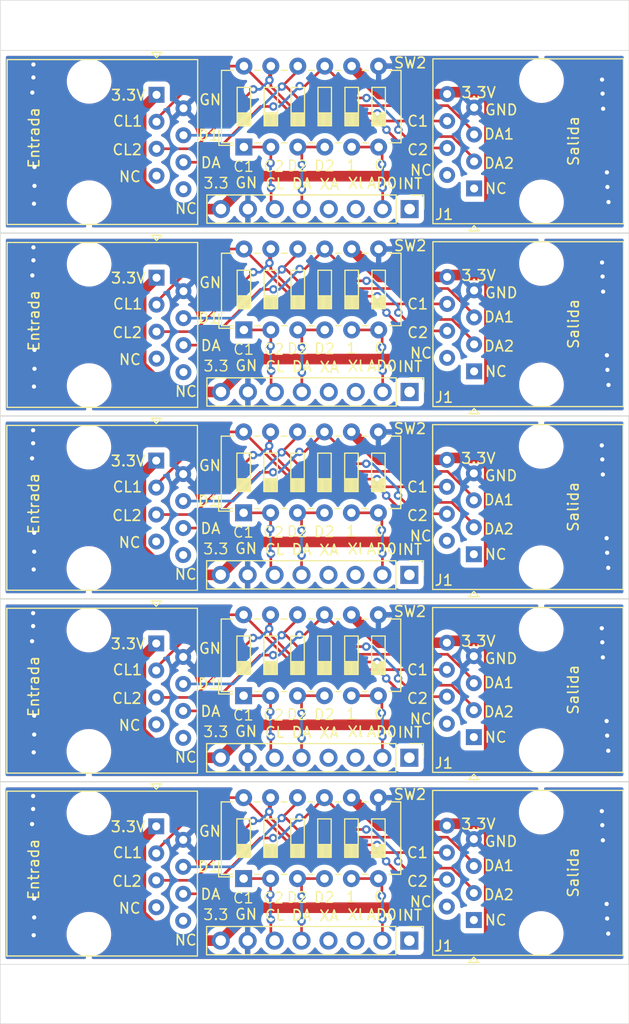
<source format=kicad_pcb>
(kicad_pcb (version 20211014) (generator pcbnew)
  (layers (0 "F.Cu" signal) (31 "B.Cu" signal) (34 "B.Paste" user) (35 "F.Paste" user) (36 "B.SilkS" user "B.Silkscreen") (37 "F.SilkS" user "F.Silkscreen") (38 "B.Mask" user) (39 "F.Mask" user) (44 "Edge.Cuts" user))
  (net 0 "")
  (net 1 "+3V3")
  (net 2 "GND")
  (net 3 "Net-(Entrada1-Pad3)")
  (net 4 "Net-(Entrada1-Pad4)")
  (net 5 "Net-(Entrada1-Pad5)")
  (net 6 "Net-(Entrada1-Pad6)")
  (net 10 "Net-(J1-Pad2)")
  (net 13 "Net-(J1-Pad5)")
  (net 14 "Net-(J1-Pad6)")
  (footprint "Button_Switch_THT:SW_DIP_SPSTx06_Slide_6.7x16.8mm_W7.62mm_P2.54mm_LowProfile" (layer "F.Cu") (at 84.5566 102.9208 90)
    (fp_text reference "SW2")
    (fp_text value "SW_DIP_x06")
  )
  (footprint "Connector_PinHeader_2.54mm:PinHeader_1x08_P2.54mm_Vertical" (layer "F.Cu") (at 100.202957 74.3204 -90)
    (fp_text reference "J1")
    (fp_text value "Conn_01x08_Female")
  )
  (footprint "Connector_RJ:RJ45_Amphenol_54602-x08_Horizontal" (layer "F.Cu") (at 76.3216 80.783283 -90)
    (fp_text reference "Entrada")
    (fp_text value "RJ45")
  )
  (footprint "Button_Switch_THT:SW_DIP_SPSTx06_Slide_6.7x16.8mm_W7.62mm_P2.54mm_LowProfile" (layer "F.Cu") (at 84.581957 68.4784 90)
    (fp_text reference "SW2")
    (fp_text value "SW_DIP_x06")
  )
  (footprint "Button_Switch_THT:SW_DIP_SPSTx06_Slide_6.7x16.8mm_W7.62mm_P2.54mm_LowProfile" (layer "F.Cu") (at 84.5566 120.142 90)
    (fp_text reference "SW2")
    (fp_text value "SW_DIP_x06")
  )
  (footprint "Connector_RJ:RJ45_Amphenol_54602-x08_Horizontal" (layer "F.Cu") (at 106.2536 89.602283 90)
    (fp_text reference "Salida")
    (fp_text value "RJ45")
  )
  (footprint "Connector_RJ:RJ45_Amphenol_54602-x08_Horizontal" (layer "F.Cu") (at 76.3216 115.2245 -90)
    (fp_text reference "Entrada")
    (fp_text value "RJ45")
  )
  (footprint "Connector_PinHeader_2.54mm:PinHeader_1x08_P2.54mm_Vertical" (layer "F.Cu") (at 100.1776 91.542783 -90)
    (fp_text reference "J1")
    (fp_text value "Conn_01x08_Female")
  )
  (footprint "Connector_RJ:RJ45_Amphenol_54602-x08_Horizontal" (layer "F.Cu") (at 76.346957 63.5609 -90)
    (fp_text reference "Entrada")
    (fp_text value "RJ45")
  )
  (footprint "Connector_RJ:RJ45_Amphenol_54602-x08_Horizontal" (layer "F.Cu") (at 76.3216 98.0033 -90)
    (fp_text reference "Entrada")
    (fp_text value "RJ45")
  )
  (footprint "Connector_PinHeader_2.54mm:PinHeader_1x08_P2.54mm_Vertical" (layer "F.Cu") (at 100.1776 108.7628 -90)
    (fp_text reference "J1")
    (fp_text value "Conn_01x08_Female")
  )
  (footprint "Connector_PinHeader_2.54mm:PinHeader_1x08_P2.54mm_Vertical" (layer "F.Cu") (at 100.1776 125.984 -90)
    (fp_text reference "J1")
    (fp_text value "Conn_01x08_Female")
  )
  (footprint "Connector_RJ:RJ45_Amphenol_54602-x08_Horizontal" (layer "F.Cu") (at 106.279 55.1587 90)
    (fp_text reference "Salida")
    (fp_text value "RJ45")
  )
  (footprint "Connector_RJ:RJ45_Amphenol_54602-x08_Horizontal" (layer "F.Cu") (at 106.2536 106.8223 90)
    (fp_text reference "Salida")
    (fp_text value "RJ45")
  )
  (footprint "Connector_RJ:RJ45_Amphenol_54602-x08_Horizontal" (layer "F.Cu") (at 106.2536 124.0435 90)
    (fp_text reference "Salida")
    (fp_text value "RJ45")
  )
  (footprint "Connector_RJ:RJ45_Amphenol_54602-x08_Horizontal" (layer "F.Cu") (at 76.347 46.3397 -90)
    (fp_text reference "Entrada")
    (fp_text value "RJ45")
  )
  (footprint "Button_Switch_THT:SW_DIP_SPSTx06_Slide_6.7x16.8mm_W7.62mm_P2.54mm_LowProfile" (layer "F.Cu") (at 84.5566 85.700783 90)
    (fp_text reference "SW2")
    (fp_text value "SW_DIP_x06")
  )
  (footprint "Connector_PinHeader_2.54mm:PinHeader_1x08_P2.54mm_Vertical" (layer "F.Cu") (at 100.203 57.0992 -90)
    (fp_text reference "J1")
    (fp_text value "Conn_01x08_Female")
  )
  (footprint "Button_Switch_THT:SW_DIP_SPSTx06_Slide_6.7x16.8mm_W7.62mm_P2.54mm_LowProfile" (layer "F.Cu") (at 84.582 51.2572 90)
    (fp_text reference "SW2")
    (fp_text value "SW_DIP_x06")
  )
  (footprint "Connector_RJ:RJ45_Amphenol_54602-x08_Horizontal" (layer "F.Cu") (at 106.278957 72.3799 90)
    (fp_text reference "Salida")
    (fp_text value "RJ45")
  )
  (gr_rect (start 61.645757 59.3852) (end 120.878557 76.5556) (layer "Edge.Cuts") (width 0.05) (fill none))
  (gr_rect (start 61.6458 37.4368) (end 120.8786 42.164) (layer "Edge.Cuts") (width 0.05) (fill none))
  (gr_rect (start 61.6204 111.0488) (end 120.8532 128.2192) (layer "Edge.Cuts") (width 0.05) (fill none))
  (gr_rect (start 61.6204 128.2192) (end 120.8786 133.81) (layer "Edge.Cuts") (width 0.05) (fill none))
  (gr_rect (start 61.6204 76.607583) (end 120.8532 93.777983) (layer "Edge.Cuts") (width 0.05) (fill none))
  (gr_rect (start 61.6204 93.8276) (end 120.8532 110.998) (layer "Edge.Cuts") (width 0.05) (fill none))
  (gr_rect (start 61.6458 42.164) (end 120.8786 59.3344) (layer "Edge.Cuts") (width 0.05) (fill none))
  (gr_text "D1\n" (at 81.2292 101.8032) (layer "F.SilkS") (effects (font (size 1 1))))
  (gr_text "AD0\n" (at 97.5868 123.5456) (layer "F.SilkS") (effects (font (size 1 1))))
  (gr_text "NC\n" (at 101.2444 87.885183) (layer "F.SilkS") (effects (font (size 1 1))))
  (gr_text "AD0\n" (at 97.5868 89.104383) (layer "F.SilkS") (effects (font (size 1 1))))
  (gr_text "D2\n" (at 89.6112 87.478783) (layer "F.SilkS") (effects (font (size 1 1) (thickness 0.125))))
  (gr_text "NC\n" (at 108.330957 72.39) (layer "F.SilkS") (effects (font (size 1 1))))
  (gr_text "DA\n" (at 90.0176 89.155183) (layer "F.SilkS") (effects (font (size 1 1))))
  (gr_text "CL1\n" (at 73.6346 48.8188) (layer "F.SilkS") (effects (font (size 1 1))))
  (gr_text "DA2\n" (at 108.635757 70.0024) (layer "F.SilkS") (effects (font (size 1 1))))
  (gr_text "CL1\n" (at 73.6092 100.4824) (layer "F.SilkS") (effects (font (size 1 1))))
  (gr_text "C1\n" (at 84.556557 70.3072) (layer "F.SilkS") (effects (font (size 1 1) (thickness 0.125))))
  (gr_text "D2\n" (at 92.1766 53.0352) (layer "F.SilkS") (effects (font (size 1 1) (thickness 0.125))))
  (gr_text "GND\n\n" (at 108.8136 83.008383) (layer "F.SilkS") (effects (font (size 1 1))))
  (gr_text "GND\n\n" (at 108.838957 65.786) (layer "F.SilkS") (effects (font (size 1 1))))
  (gr_text "C1\n" (at 100.9396 100.4824) (layer "F.SilkS") (effects (font (size 1 1))))
  (gr_text "3.3V\n" (at 106.68 80.569983) (layer "F.SilkS") (effects (font (size 1 1))))
  (gr_text "3.3V\n" (at 106.705357 63.3476) (layer "F.SilkS") (effects (font (size 1 1))))
  (gr_text "DA1\n" (at 108.6104 101.7016) (layer "F.SilkS") (effects (font (size 1 1))))
  (gr_text "3.3V\n" (at 106.7054 46.1264) (layer "F.SilkS") (effects (font (size 1 1))))
  (gr_text "DA\n" (at 90.0176 106.3752) (layer "F.SilkS") (effects (font (size 1 1))))
  (gr_text "NC\n" (at 73.8124 105.7148) (layer "F.SilkS") (effects (font (size 1 1))))
  (gr_text "D2\n" (at 92.176557 70.2564) (layer "F.SilkS") (effects (font (size 1 1) (thickness 0.125))))
  (gr_text "CL\n" (at 87.502957 71.9328) (layer "F.SilkS") (effects (font (size 1 1))))
  (gr_text "CL2\n" (at 73.5584 103.1748) (layer "F.SilkS") (effects (font (size 1 1))))
  (gr_text "GN\n\n" (at 84.7852 124.3076) (layer "F.SilkS") (effects (font (size 1 1))))
  (gr_text "CL2\n" (at 73.5584 120.396) (layer "F.SilkS") (effects (font (size 1 1))))
  (gr_text "GN\n\n" (at 84.8106 55.4228) (layer "F.SilkS") (effects (font (size 1 1))))
  (gr_text "CL1\n" (at 73.6092 83.262383) (layer "F.SilkS") (effects (font (size 1 1))))
  (gr_text "CL1\n" (at 73.634557 66.04) (layer "F.SilkS") (effects (font (size 1 1))))
  (gr_text "DA2\n" (at 108.6104 104.4448) (layer "F.SilkS") (effects (font (size 1 1))))
  (gr_text "NC\n" (at 101.2444 122.3264) (layer "F.SilkS") (effects (font (size 1 1))))
  (gr_text "1\n" (at 94.6912 104.648) (layer "F.SilkS") (effects (font (size 1 1) (thickness 0.125))))
  (gr_text "GN\n\n\n" (at 81.406957 65.6336) (layer "F.SilkS") (effects (font (size 1 1))))
  (gr_text "0\n" (at 97.358157 70.2056) (layer "F.SilkS") (effects (font (size 1 1) (thickness 0.125))))
  (gr_text "1\n" (at 94.6912 87.427983) (layer "F.SilkS") (effects (font (size 1 1) (thickness 0.125))))
  (gr_text "DA" (at 81.457757 69.9516) (layer "F.SilkS") (effects (font (size 1 1))))
  (gr_text "NC\n" (at 73.8124 122.936) (layer "F.SilkS") (effects (font (size 1 1))))
  (gr_text "D1\n" (at 81.2546 50.1396) (layer "F.SilkS") (effects (font (size 1 1))))
  (gr_text "3.3\n" (at 81.9404 123.5456) (layer "F.SilkS") (effects (font (size 1 1) (thickness 0.125))))
  (gr_text "C2\n" (at 87.376 104.7496) (layer "F.SilkS") (effects (font (size 1 1) (thickness 0.125))))
  (gr_text "GN\n\n" (at 84.7852 89.866383) (layer "F.SilkS") (effects (font (size 1 1))))
  (gr_text "INT\n" (at 100.2538 54.7116) (layer "F.SilkS") (effects (font (size 1 1))))
  (gr_text "NC\n" (at 101.2698 53.4416) (layer "F.SilkS") (effects (font (size 1 1))))
  (gr_text "D2\n" (at 92.1512 104.6988) (layer "F.SilkS") (effects (font (size 1 1) (thickness 0.125))))
  (gr_text "INT\n" (at 100.2284 106.3752) (layer "F.SilkS") (effects (font (size 1 1))))
  (gr_text "DA" (at 81.4324 87.173983) (layer "F.SilkS") (effects (font (size 1 1))))
  (gr_text "NC\n" (at 79.0956 108.712) (layer "F.SilkS") (effects (font (size 1 1))))
  (gr_text "C2\n" (at 100.9396 120.396) (layer "F.SilkS") (effects (font (size 1 1))))
  (gr_text "NC\n" (at 79.120957 74.2696) (layer "F.SilkS") (effects (font (size 1 1))))
  (gr_text "NC\n" (at 108.331 55.1688) (layer "F.SilkS") (effects (font (size 1 1))))
  (gr_text "Xl\n" (at 95.0976 89.104383) (layer "F.SilkS") (effects (font (size 1 1))))
  (gr_text "DA1\n" (at 108.6104 118.9228) (layer "F.SilkS") (effects (font (size 1 1))))
  (gr_text "NC\n" (at 108.3056 124.0536) (layer "F.SilkS") (effects (font (size 1 1))))
  (gr_text "GN\n\n" (at 84.7852 107.0864) (layer "F.SilkS") (effects (font (size 1 1))))
  (gr_text "CL\n" (at 87.4776 123.5964) (layer "F.SilkS") (effects (font (size 1 1))))
  (gr_text "0\n" (at 97.3328 121.8692) (layer "F.SilkS") (effects (font (size 1 1) (thickness 0.125))))
  (gr_text "CL\n" (at 87.4776 89.155183) (layer "F.SilkS") (effects (font (size 1 1))))
  (gr_text "C2\n" (at 87.4014 53.086) (layer "F.SilkS") (effects (font (size 1 1) (thickness 0.125))))
  (gr_text "0\n" (at 97.3582 52.9844) (layer "F.SilkS") (effects (font (size 1 1) (thickness 0.125))))
  (gr_text "D1\n" (at 81.254557 67.3608) (layer "F.SilkS") (effects (font (size 1 1))))
  (gr_text "NC\n" (at 73.8378 54.0512) (layer "F.SilkS") (effects (font (size 1 1))))
  (gr_text "GND\n\n" (at 108.8136 100.2284) (layer "F.SilkS") (effects (font (size 1 1))))
  (gr_text "D1\n" (at 81.2292 119.0244) (layer "F.SilkS") (effects (font (size 1 1))))
  (gr_text "DA" (at 81.4578 52.7304) (layer "F.SilkS") (effects (font (size 1 1))))
  (gr_text "3.3\n" (at 81.9658 54.6608) (layer "F.SilkS") (effects (font (size 1 1) (thickness 0.125))))
  (gr_text "NC\n" (at 73.8124 88.494783) (layer "F.SilkS") (effects (font (size 1 1))))
  (gr_text "XA" (at 92.6084 106.426) (layer "F.SilkS") (effects (font (size 1 1))))
  (gr_text "3.3\n" (at 81.9404 106.3244) (layer "F.SilkS") (effects (font (size 1 1) (thickness 0.125))))
  (gr_text "INT\n" (at 100.2284 123.5964) (layer "F.SilkS") (effects (font (size 1 1))))
  (gr_text "NC\n" (at 79.0956 125.9332) (layer "F.SilkS") (effects (font (size 1 1))))
  (gr_text "C2\n" (at 100.9396 85.954783) (layer "F.SilkS") (effects (font (size 1 1))))
  (gr_text "C2\n" (at 87.376 121.9708) (layer "F.SilkS") (effects (font (size 1 1) (thickness 0.125))))
  (gr_text "D2\n" (at 89.6366 53.0352) (layer "F.SilkS") (effects (font (size 1 1) (thickness 0.125))))
  (gr_text "3.3V\n" (at 73.685357 63.6016) (layer "F.SilkS") (effects (font (size 1 1))))
  (gr_text "CL1\n" (at 73.6092 117.7036) (layer "F.SilkS") (effects (font (size 1 1))))
  (gr_text "DA" (at 81.4324 121.6152) (layer "F.SilkS") (effects (font (size 1 1))))
  (gr_text "INT\n" (at 100.2284 89.155183) (layer "F.SilkS") (effects (font (size 1 1))))
  (gr_text "DA\n" (at 90.0176 123.5964) (layer "F.SilkS") (effects (font (size 1 1))))
  (gr_text "C2\n" (at 87.376 87.529583) (layer "F.SilkS") (effects (font (size 1 1) (thickness 0.125))))
  (gr_text "CL2\n" (at 73.583757 68.7324) (layer "F.SilkS") (effects (font (size 1 1))))
  (gr_text "NC\n" (at 79.0956 91.491983) (layer "F.SilkS") (effects (font (size 1 1))))
  (gr_text "GND\n\n" (at 108.839 48.5648) (layer "F.SilkS") (effects (font (size 1 1))))
  (gr_text "GN\n\n\n" (at 81.407 48.4124) (layer "F.SilkS") (effects (font (size 1 1))))
  (gr_text "AD0\n" (at 97.6122 54.6608) (layer "F.SilkS") (effects (font (size 1 1))))
  (gr_text "3.3V\n" (at 73.66 98.044) (layer "F.SilkS") (effects (font (size 1 1))))
  (gr_text "DA1\n" (at 108.6104 84.481583) (layer "F.SilkS") (effects (font (size 1 1))))
  (gr_text "3.3\n" (at 81.9404 89.104383) (layer "F.SilkS") (effects (font (size 1 1) (thickness 0.125))))
  (gr_text "3.3\n" (at 81.965757 71.882) (layer "F.SilkS") (effects (font (size 1 1) (thickness 0.125))))
  (gr_text "DA\n" (at 90.042957 71.9328) (layer "F.SilkS") (effects (font (size 1 1))))
  (gr_text "C2\n" (at 100.964957 68.7324) (layer "F.SilkS") (effects (font (size 1 1))))
  (gr_text "CL\n" (at 87.4776 106.3752) (layer "F.SilkS") (effects (font (size 1 1))))
  (gr_text "XA" (at 92.6338 54.7624) (layer "F.SilkS") (effects (font (size 1 1))))
  (gr_text "3.3V\n" (at 106.68 115.0112) (layer "F.SilkS") (effects (font (size 1 1))))
  (gr_text "C1\n" (at 84.5312 121.9708) (layer "F.SilkS") (effects (font (size 1 1) (thickness 0.125))))
  (gr_text "D2\n" (at 89.6112 104.6988) (layer "F.SilkS") (effects (font (size 1 1) (thickness 0.125))))
  (gr_text "C2\n" (at 100.9396 103.1748) (layer "F.SilkS") (effects (font (size 1 1))))
  (gr_text "0\n" (at 97.3328 104.648) (layer "F.SilkS") (effects (font (size 1 1) (thickness 0.125))))
  (gr_text "Xl\n" (at 95.0976 106.3244) (layer "F.SilkS") (effects (font (size 1 1))))
  (gr_text "GND\n\n" (at 108.8136 117.4496) (layer "F.SilkS") (effects (font (size 1 1))))
  (gr_text "1\n" (at 94.7166 52.9844) (layer "F.SilkS") (effects (font (size 1 1) (thickness 0.125))))
  (gr_text "NC\n" (at 101.2444 105.1052) (layer "F.SilkS") (effects (font (size 1 1))))
  (gr_text "Xl\n" (at 95.122957 71.882) (layer "F.SilkS") (effects (font (size 1 1))))
  (gr_text "AD0\n" (at 97.5868 106.3244) (layer "F.SilkS") (effects (font (size 1 1))))
  (gr_text "C1\n" (at 84.5566 53.086) (layer "F.SilkS") (effects (font (size 1 1) (thickness 0.125))))
  (gr_text "3.3V\n" (at 73.6854 46.3804) (layer "F.SilkS") (effects (font (size 1 1))))
  (gr_text "C1\n" (at 100.9396 117.7036) (layer "F.SilkS") (effects (font (size 1 1))))
  (gr_text "C2\n" (at 100.965 51.5112) (layer "F.SilkS") (effects (font (size 1 1))))
  (gr_text "XA" (at 92.6084 123.6472) (layer "F.SilkS") (effects (font (size 1 1))))
  (gr_text "DA2\n" (at 108.6104 121.666) (layer "F.SilkS") (effects (font (size 1 1))))
  (gr_text "NC\n" (at 108.3056 106.8324) (layer "F.SilkS") (effects (font (size 1 1))))
  (gr_text "DA1\n" (at 108.6358 50.038) (layer "F.SilkS") (effects (font (size 1 1))))
  (gr_text "GN\n\n" (at 84.810557 72.644) (layer "F.SilkS") (effects (font (size 1 1))))
  (gr_text "3.3V\n" (at 73.66 115.2652) (layer "F.SilkS") (effects (font (size 1 1))))
  (gr_text "NC\n" (at 101.269757 70.6628) (layer "F.SilkS") (effects (font (size 1 1))))
  (gr_text "1\n" (at 94.6912 121.8692) (layer "F.SilkS") (effects (font (size 1 1) (thickness 0.125))))
  (gr_text "DA\n" (at 90.043 54.7116) (layer "F.SilkS") (effects (font (size 1 1))))
  (gr_text "CL2\n" (at 73.5584 85.954783) (layer "F.SilkS") (effects (font (size 1 1))))
  (gr_text "Xl\n" (at 95.123 54.6608) (layer "F.SilkS") (effects (font (size 1 1))))
  (gr_text "D2\n" (at 92.1512 121.92) (layer "F.SilkS") (effects (font (size 1 1) (thickness 0.125))))
  (gr_text "AD0\n" (at 97.612157 71.882) (layer "F.SilkS") (effects (font (size 1 1))))
  (gr_text "0\n" (at 97.3328 87.427983) (layer "F.SilkS") (effects (font (size 1 1) (thickness 0.125))))
  (gr_text "3.3V\n" (at 106.68 97.79) (layer "F.SilkS") (effects (font (size 1 1))))
  (gr_text "GN\n\n\n" (at 81.3816 82.855983) (layer "F.SilkS") (effects (font (size 1 1))))
  (gr_text "D2\n" (at 89.636557 70.2564) (layer "F.SilkS") (effects (font (size 1 1) (thickness 0.125))))
  (gr_text "INT\n" (at 100.253757 71.9328) (layer "F.SilkS") (effects (font (size 1 1))))
  (gr_text "3.3V\n" (at 73.66 80.823983) (layer "F.SilkS") (effects (font (size 1 1))))
  (gr_text "C1\n" (at 84.5312 104.7496) (layer "F.SilkS") (effects (font (size 1 1) (thickness 0.125))))
  (gr_text "DA2\n" (at 108.6358 52.7812) (layer "F.SilkS") (effects (font (size 1 1))))
  (gr_text "C1\n" (at 100.9396 83.262383) (layer "F.SilkS") (effects (font (size 1 1))))
  (gr_text "DA2\n" (at 108.6104 87.224783) (layer "F.SilkS") (effects (font (size 1 1))))
  (gr_text "GN\n\n\n" (at 81.3816 100.076) (layer "F.SilkS") (effects (font (size 1 1))))
  (gr_text "CL\n" (at 87.503 54.7116) (layer "F.SilkS") (effects (font (size 1 1))))
  (gr_text "NC\n" (at 79.121 57.0484) (layer "F.SilkS") (effects (font (size 1 1))))
  (gr_text "DA" (at 81.4324 104.394) (layer "F.SilkS") (effects (font (size 1 1))))
  (gr_text "GN\n\n\n" (at 81.3816 117.2972) (layer "F.SilkS") (effects (font (size 1 1))))
  (gr_text "C1\n" (at 100.965 48.8188) (layer "F.SilkS") (effects (font (size 1 1))))
  (gr_text "D1\n" (at 81.2292 84.583183) (layer "F.SilkS") (effects (font (size 1 1))))
  (gr_text "NC\n" (at 108.3056 89.612383) (layer "F.SilkS") (effects (font (size 1 1))))
  (gr_text "C2\n" (at 87.401357 70.3072) (layer "F.SilkS") (effects (font (size 1 1) (thickness 0.125))))
  (gr_text "D2\n" (at 89.6112 121.92) (layer "F.SilkS") (effects (font (size 1 1) (thickness 0.125))))
  (gr_text "CL2\n" (at 73.5838 51.5112) (layer "F.SilkS") (effects (font (size 1 1))))
  (gr_text "NC\n" (at 73.837757 71.2724) (layer "F.SilkS") (effects (font (size 1 1))))
  (gr_text "C1\n" (at 84.5312 87.529583) (layer "F.SilkS") (effects (font (size 1 1) (thickness 0.125))))
  (gr_text "D2\n" (at 92.1512 87.478783) (layer "F.SilkS") (effects (font (size 1 1) (thickness 0.125))))
  (gr_text "XA" (at 92.6084 89.205983) (layer "F.SilkS") (effects (font (size 1 1))))
  (gr_text "Xl\n" (at 95.0976 123.5456) (layer "F.SilkS") (effects (font (size 1 1))))
  (gr_text "DA1\n" (at 108.635757 67.2592) (layer "F.SilkS") (effects (font (size 1 1))))
  (gr_text "1\n" (at 94.716557 70.2056) (layer "F.SilkS") (effects (font (size 1 1) (thickness 0.125))))
  (gr_text "XA" (at 92.633757 71.9836) (layer "F.SilkS") (effects (font (size 1 1))))
  (gr_text "C1\n" (at 100.964957 66.04) (layer "F.SilkS") (effects (font (size 1 1))))
  (segment (start 85.4964 122.8852) (end 100.838 122.8852) (width 1) (layer "F.Cu") (net 1))
  (segment (start 74.897489 54.602889) (end 77.3938 57.0992) (width 1) (layer "F.Cu") (net 1))
  (segment (start 103.9368 108.7628) (end 107.212122 108.7628) (width 1) (layer "F.Cu") (net 1))
  (segment (start 97.3735 46.2687) (end 94.742 43.6372) (width 1) (layer "F.Cu") (net 1))
  (segment (start 103.893111 114.973989) (end 103.7136 115.1535) (width 1) (layer "F.Cu") (net 1))
  (segment (start 74.872089 116.674011) (end 74.872089 123.487689) (width 1) (layer "F.Cu") (net 1))
  (segment (start 107.703111 91.051794) (end 107.703111 81.339094) (width 1) (layer "F.Cu") (net 1))
  (segment (start 97.3481 115.1535) (end 94.7166 112.522) (width 1) (layer "F.Cu") (net 1))
  (segment (start 82.422957 74.3204) (end 85.521757 71.2216) (width 1) (layer "F.Cu") (net 1))
  (segment (start 74.872089 99.452811) (end 74.872089 106.266489) (width 1) (layer "F.Cu") (net 1))
  (segment (start 106.896789 80.532772) (end 103.893111 80.532772) (width 1) (layer "F.Cu") (net 1))
  (segment (start 74.897446 71.824089) (end 77.393757 74.3204) (width 1) (layer "F.Cu") (net 1))
  (segment (start 77.3684 108.7628) (end 82.3976 108.7628) (width 1) (layer "F.Cu") (net 1))
  (segment (start 74.872089 89.046472) (end 77.3684 91.542783) (width 1) (layer "F.Cu") (net 1))
  (segment (start 103.9368 91.542783) (end 107.212122 91.542783) (width 1) (layer "F.Cu") (net 1))
  (segment (start 76.3216 98.0033) (end 74.872089 99.452811) (width 1) (layer "F.Cu") (net 1))
  (segment (start 100.838 88.443983) (end 103.9368 91.542783) (width 1) (layer "F.Cu") (net 1))
  (segment (start 85.4964 105.664) (end 100.838 105.664) (width 1) (layer "F.Cu") (net 1))
  (segment (start 85.4964 88.443983) (end 100.838 88.443983) (width 1) (layer "F.Cu") (net 1))
  (segment (start 74.897489 47.789211) (end 74.897489 54.602889) (width 1) (layer "F.Cu") (net 1))
  (segment (start 106.896789 97.752789) (end 103.893111 97.752789) (width 1) (layer "F.Cu") (net 1))
  (segment (start 107.703111 98.559111) (end 106.896789 97.752789) (width 1) (layer "F.Cu") (net 1))
  (segment (start 107.703111 108.271811) (end 107.703111 98.559111) (width 1) (layer "F.Cu") (net 1))
  (segment (start 82.3976 108.7628) (end 85.4964 105.664) (width 1) (layer "F.Cu") (net 1))
  (segment (start 85.5218 54.0004) (end 100.8634 54.0004) (width 1) (layer "F.Cu") (net 1))
  (segment (start 74.872089 123.487689) (end 77.3684 125.984) (width 1) (layer "F.Cu") (net 1))
  (segment (start 103.739 46.2687) (end 97.3735 46.2687) (width 1) (layer "F.Cu") (net 1))
  (segment (start 107.728468 64.116711) (end 106.922146 63.310389) (width 1) (layer "F.Cu") (net 1))
  (segment (start 100.838 122.8852) (end 103.9368 125.984) (width 1) (layer "F.Cu") (net 1))
  (segment (start 82.3976 91.542783) (end 85.4964 88.443983) (width 1) (layer "F.Cu") (net 1))
  (segment (start 77.393757 74.3204) (end 82.422957 74.3204) (width 1) (layer "F.Cu") (net 1))
  (segment (start 76.346957 63.5609) (end 74.897446 65.010411) (width 1) (layer "F.Cu") (net 1))
  (segment (start 103.7136 80.712283) (end 97.3481 80.712283) (width 1) (layer "F.Cu") (net 1))
  (segment (start 107.212122 91.542783) (end 107.703111 91.051794) (width 1) (layer "F.Cu") (net 1))
  (segment (start 107.237522 57.0992) (end 107.728511 56.608211) (width 1) (layer "F.Cu") (net 1))
  (segment (start 103.738957 63.4899) (end 97.373457 63.4899) (width 1) (layer "F.Cu") (net 1))
  (segment (start 76.3216 80.783283) (end 74.872089 82.232794) (width 1) (layer "F.Cu") (net 1))
  (segment (start 74.872089 82.232794) (end 74.872089 89.046472) (width 1) (layer "F.Cu") (net 1))
  (segment (start 107.703111 81.339094) (end 106.896789 80.532772) (width 1) (layer "F.Cu") (net 1))
  (segment (start 103.893111 97.752789) (end 103.7136 97.9323) (width 1) (layer "F.Cu") (net 1))
  (segment (start 106.922146 63.310389) (end 103.918468 63.310389) (width 1) (layer "F.Cu") (net 1))
  (segment (start 103.962157 74.3204) (end 107.237479 74.3204) (width 1) (layer "F.Cu") (net 1))
  (segment (start 107.728468 73.829411) (end 107.728468 64.116711) (width 1) (layer "F.Cu") (net 1))
  (segment (start 100.863357 71.2216) (end 103.962157 74.3204) (width 1) (layer "F.Cu") (net 1))
  (segment (start 100.838 105.664) (end 103.9368 108.7628) (width 1) (layer "F.Cu") (net 1))
  (segment (start 85.521757 71.2216) (end 100.863357 71.2216) (width 1) (layer "F.Cu") (net 1))
  (segment (start 77.3684 125.984) (end 82.3976 125.984) (width 1) (layer "F.Cu") (net 1))
  (segment (start 82.423 57.0992) (end 85.5218 54.0004) (width 1) (layer "F.Cu") (net 1))
  (segment (start 76.347 46.3397) (end 74.897489 47.789211) (width 1) (layer "F.Cu") (net 1))
  (segment (start 107.728511 56.608211) (end 107.728511 46.895511) (width 1) (layer "F.Cu") (net 1))
  (segment (start 103.918468 63.310389) (end 103.738957 63.4899) (width 1) (layer "F.Cu") (net 1))
  (segment (start 100.8634 54.0004) (end 103.9622 57.0992) (width 1) (layer "F.Cu") (net 1))
  (segment (start 103.7136 97.9323) (end 97.3481 97.9323) (width 1) (layer "F.Cu") (net 1))
  (segment (start 74.872089 106.266489) (end 77.3684 108.7628) (width 1) (layer "F.Cu") (net 1))
  (segment (start 107.703111 115.780311) (end 106.896789 114.973989) (width 1) (layer "F.Cu") (net 1))
  (segment (start 77.3684 91.542783) (end 82.3976 91.542783) (width 1) (layer "F.Cu") (net 1))
  (segment (start 107.728511 46.895511) (end 106.922189 46.089189) (width 1) (layer "F.Cu") (net 1))
  (segment (start 103.9368 125.984) (end 107.212122 125.984) (width 1) (layer "F.Cu") (net 1))
  (segment (start 106.922189 46.089189) (end 103.918511 46.089189) (width 1) (layer "F.Cu") (net 1))
  (segment (start 106.896789 114.973989) (end 103.893111 114.973989) (width 1) (layer "F.Cu") (net 1))
  (segment (start 74.897446 65.010411) (end 74.897446 71.824089) (width 1) (layer "F.Cu") (net 1))
  (segment (start 103.918511 46.089189) (end 103.739 46.2687) (width 1) (layer "F.Cu") (net 1))
  (segment (start 97.3481 97.9323) (end 94.7166 95.3008) (width 1) (layer "F.Cu") (net 1))
  (segment (start 97.373457 63.4899) (end 94.741957 60.8584) (width 1) (layer "F.Cu") (net 1))
  (segment (start 76.3216 115.2245) (end 74.872089 116.674011) (width 1) (layer "F.Cu") (net 1))
  (segment (start 107.703111 125.493011) (end 107.703111 115.780311) (width 1) (layer "F.Cu") (net 1))
  (segment (start 97.3481 80.712283) (end 94.7166 78.080783) (width 1) (layer "F.Cu") (net 1))
  (segment (start 77.3938 57.0992) (end 82.423 57.0992) (width 1) (layer "F.Cu") (net 1))
  (segment (start 107.237479 74.3204) (end 107.728468 73.829411) (width 1) (layer "F.Cu") (net 1))
  (segment (start 103.893111 80.532772) (end 103.7136 80.712283) (width 1) (layer "F.Cu") (net 1))
  (segment (start 107.212122 125.984) (end 107.703111 125.493011) (width 1) (layer "F.Cu") (net 1))
  (segment (start 103.9622 57.0992) (end 107.237522 57.0992) (width 1) (layer "F.Cu") (net 1))
  (segment (start 107.212122 108.7628) (end 107.703111 108.271811) (width 1) (layer "F.Cu") (net 1))
  (segment (start 103.7136 115.1535) (end 97.3481 115.1535) (width 1) (layer "F.Cu") (net 1))
  (segment (start 82.3976 125.984) (end 85.4964 122.8852) (width 1) (layer "F.Cu") (net 1))
  (via (at 64.6176 115.0112) (size 0.8) (drill 0.4) (layers "F.Cu" "B.Cu") (net 2))
  (via (at 64.7192 79.147583) (size 0.8) (drill 0.4) (layers "F.Cu" "B.Cu") (net 2))
  (via (at 118.9228 90.882383) (size 0.8) (drill 0.4) (layers "F.Cu" "B.Cu") (net 2))
  (via (at 64.8208 122.0216) (size 0.8) (drill 0.4) (layers "F.Cu" "B.Cu") (net 2))
  (via (at 64.8208 87.580383) (size 0.8) (drill 0.4) (layers "F.Cu" "B.Cu") (net 2))
  (via (at 64.7192 112.3696) (size 0.8) (drill 0.4) (layers "F.Cu" "B.Cu") (net 2))
  (via (at 118.846557 72.2376) (size 0.8) (drill 0.4) (layers "F.Cu" "B.Cu") (net 2))
  (via (at 118.3132 79.350783) (size 0.8) (drill 0.4) (layers "F.Cu" "B.Cu") (net 2))
  (via (at 118.338557 62.1284) (size 0.8) (drill 0.4) (layers "F.Cu" "B.Cu") (net 2))
  (via (at 64.8208 104.8004) (size 0.8) (drill 0.4) (layers "F.Cu" "B.Cu") (net 2))
  (via (at 64.846157 70.358) (size 0.8) (drill 0.4) (layers "F.Cu" "B.Cu") (net 2))
  (via (at 118.364 80.671583) (size 0.8) (drill 0.4) (layers "F.Cu" "B.Cu") (net 2))
  (via (at 118.9482 56.4388) (size 0.8) (drill 0.4) (layers "F.Cu" "B.Cu") (net 2))
  (via (at 64.8462 53.1368) (size 0.8) (drill 0.4) (layers "F.Cu" "B.Cu") (net 2))
  (via (at 64.77 108.2548) (size 0.8) (drill 0.4) (layers "F.Cu" "B.Cu") (net 2))
  (via (at 64.744557 61.9252) (size 0.8) (drill 0.4) (layers "F.Cu" "B.Cu") (net 2))
  (via (at 118.7704 88.088383) (size 0.8) (drill 0.4) (layers "F.Cu" "B.Cu") (net 2))
  (via (at 118.4402 47.6504) (size 0.8) (drill 0.4) (layers "F.Cu" "B.Cu") (net 2))
  (via (at 64.77 125.476) (size 0.8) (drill 0.4) (layers "F.Cu" "B.Cu") (net 2))
  (via (at 118.795757 70.866) (size 0.8) (drill 0.4) (layers "F.Cu" "B.Cu") (net 2))
  (via (at 118.8466 55.0164) (size 0.8) (drill 0.4) (layers "F.Cu" "B.Cu") (net 2))
  (via (at 64.7192 113.5888) (size 0.8) (drill 0.4) (layers "F.Cu" "B.Cu") (net 2))
  (via (at 64.6176 97.79) (size 0.8) (drill 0.4) (layers "F.Cu" "B.Cu") (net 2))
  (via (at 64.8462 54.9148) (size 0.8) (drill 0.4) (layers "F.Cu" "B.Cu") (net 2))
  (via (at 118.9228 125.3236) (size 0.8) (drill 0.4) (layers "F.Cu" "B.Cu") (net 2))
  (via (at 64.643 46.1264) (size 0.8) (drill 0.4) (layers "F.Cu" "B.Cu") (net 2))
  (via (at 64.7446 43.4848) (size 0.8) (drill 0.4) (layers "F.Cu" "B.Cu") (net 2))
  (via (at 64.7192 77.928383) (size 0.8) (drill 0.4) (layers "F.Cu" "B.Cu") (net 2))
  (via (at 118.8212 106.68) (size 0.8) (drill 0.4) (layers "F.Cu" "B.Cu") (net 2))
  (via (at 118.364 97.8916) (size 0.8) (drill 0.4) (layers "F.Cu" "B.Cu") (net 2))
  (via (at 118.3132 96.5708) (size 0.8) (drill 0.4) (layers "F.Cu" "B.Cu") (net 2))
  (via (at 64.6176 80.569983) (size 0.8) (drill 0.4) (layers "F.Cu" "B.Cu") (net 2))
  (via (at 118.7958 53.6448) (size 0.8) (drill 0.4) (layers "F.Cu" "B.Cu") (net 2))
  (via (at 118.948157 73.66) (size 0.8) (drill 0.4) (layers "F.Cu" "B.Cu") (net 2))
  (via (at 118.4148 116.5352) (size 0.8) (drill 0.4) (layers "F.Cu" "B.Cu") (net 2))
  (via (at 118.8212 89.459983) (size 0.8) (drill 0.4) (layers "F.Cu" "B.Cu") (net 2))
  (via (at 118.7704 105.3084) (size 0.8) (drill 0.4) (layers "F.Cu" "B.Cu") (net 2))
  (via (at 118.8212 123.9012) (size 0.8) (drill 0.4) (layers "F.Cu" "B.Cu") (net 2))
  (via (at 118.9228 108.1024) (size 0.8) (drill 0.4) (layers "F.Cu" "B.Cu") (net 2))
  (via (at 64.77 91.034783) (size 0.8) (drill 0.4) (layers "F.Cu" "B.Cu") (net 2))
  (via (at 64.642957 63.3476) (size 0.8) (drill 0.4) (layers "F.Cu" "B.Cu") (net 2))
  (via (at 118.7704 122.5296) (size 0.8) (drill 0.4) (layers "F.Cu" "B.Cu") (net 2))
  (via (at 118.389357 63.4492) (size 0.8) (drill 0.4) (layers "F.Cu" "B.Cu") (net 2))
  (via (at 64.7446 44.704) (size 0.8) (drill 0.4) (layers "F.Cu" "B.Cu") (net 2))
  (via (at 64.7192 96.3676) (size 0.8) (drill 0.4) (layers "F.Cu" "B.Cu") (net 2))
  (via (at 64.795357 73.8124) (size 0.8) (drill 0.4) (layers "F.Cu" "B.Cu") (net 2))
  (via (at 64.7954 56.5912) (size 0.8) (drill 0.4) (layers "F.Cu" "B.Cu") (net 2))
  (via (at 64.7192 95.1484) (size 0.8) (drill 0.4) (layers "F.Cu" "B.Cu") (net 2))
  (via (at 118.4148 82.093983) (size 0.8) (drill 0.4) (layers "F.Cu" "B.Cu") (net 2))
  (via (at 118.440157 64.8716) (size 0.8) (drill 0.4) (layers "F.Cu" "B.Cu") (net 2))
  (via (at 64.846157 72.136) (size 0.8) (drill 0.4) (layers "F.Cu" "B.Cu") (net 2))
  (via (at 118.3132 113.792) (size 0.8) (drill 0.4) (layers "F.Cu" "B.Cu") (net 2))
  (via (at 118.364 115.1128) (size 0.8) (drill 0.4) (layers "F.Cu" "B.Cu") (net 2))
  (via (at 64.744557 60.706) (size 0.8) (drill 0.4) (layers "F.Cu" "B.Cu") (net 2))
  (via (at 64.8208 106.5784) (size 0.8) (drill 0.4) (layers "F.Cu" "B.Cu") (net 2))
  (via (at 64.8208 123.7996) (size 0.8) (drill 0.4) (layers "F.Cu" "B.Cu") (net 2))
  (via (at 64.8208 89.358383) (size 0.8) (drill 0.4) (layers "F.Cu" "B.Cu") (net 2))
  (via (at 118.4148 99.314) (size 0.8) (drill 0.4) (layers "F.Cu" "B.Cu") (net 2))
  (via (at 118.3894 46.228) (size 0.8) (drill 0.4) (layers "F.Cu" "B.Cu") (net 2))
  (via (at 118.3386 44.9072) (size 0.8) (drill 0.4) (layers "F.Cu" "B.Cu") (net 2))
  (segment (start 89.7535 48.8087) (end 103.739 48.8087) (width 0.25) (layer "F.Cu") (net 3))
  (segment (start 76.3216 83.073694) (end 81.314511 78.080783) (width 0.25) (layer "F.Cu") (net 3))
  (segment (start 81.339868 60.8584) (end 84.581957 60.8584) (width 0.25) (layer "F.Cu") (net 3))
  (segment (start 81.314511 78.080783) (end 84.5566 78.080783) (width 0.25) (layer "F.Cu") (net 3))
  (segment (start 84.5566 78.080783) (end 89.7281 83.252283) (width 0.25) (layer "F.Cu") (net 3))
  (segment (start 76.3216 100.5433) (end 76.3216 100.293711) (width 0.25) (layer "F.Cu") (net 3))
  (segment (start 76.346957 66.1009) (end 76.346957 65.851311) (width 0.25) (layer "F.Cu") (net 3))
  (segment (start 81.339911 43.6372) (end 84.582 43.6372) (width 0.25) (layer "F.Cu") (net 3))
  (segment (start 89.7281 83.252283) (end 103.7136 83.252283) (width 0.25) (layer "F.Cu") (net 3))
  (segment (start 76.3216 117.514911) (end 81.314511 112.522) (width 0.25) (layer "F.Cu") (net 3))
  (segment (start 89.7281 117.6935) (end 103.7136 117.6935) (width 0.25) (layer "F.Cu") (net 3))
  (segment (start 76.347 48.630111) (end 81.339911 43.6372) (width 0.25) (layer "F.Cu") (net 3))
  (segment (start 84.5566 112.522) (end 89.7281 117.6935) (width 0.25) (layer "F.Cu") (net 3))
  (segment (start 81.314511 95.3008) (end 84.5566 95.3008) (width 0.25) (layer "F.Cu") (net 3))
  (segment (start 76.3216 100.293711) (end 81.314511 95.3008) (width 0.25) (layer "F.Cu") (net 3))
  (segment (start 81.314511 112.522) (end 84.5566 112.522) (width 0.25) (layer "F.Cu") (net 3))
  (segment (start 84.581957 60.8584) (end 89.753457 66.0299) (width 0.25) (layer "F.Cu") (net 3))
  (segment (start 76.347 48.8797) (end 76.347 48.630111) (width 0.25) (layer "F.Cu") (net 3))
  (segment (start 76.3216 83.323283) (end 76.3216 83.073694) (width 0.25) (layer "F.Cu") (net 3))
  (segment (start 84.582 43.6372) (end 89.7535 48.8087) (width 0.25) (layer "F.Cu") (net 3))
  (segment (start 76.346957 65.851311) (end 81.339868 60.8584) (width 0.25) (layer "F.Cu") (net 3))
  (segment (start 89.753457 66.0299) (end 103.738957 66.0299) (width 0.25) (layer "F.Cu") (net 3))
  (segment (start 89.7281 100.4723) (end 103.7136 100.4723) (width 0.25) (layer "F.Cu") (net 3))
  (segment (start 76.3216 117.7645) (end 76.3216 117.514911) (width 0.25) (layer "F.Cu") (net 3))
  (segment (start 84.5566 95.3008) (end 89.7281 100.4723) (width 0.25) (layer "F.Cu") (net 3))
  (segment (start 89.6366 95.7326) (end 89.6366 95.3008) (width 0.25) (layer "F.Cu") (net 4))
  (segment (start 88.168015 62.784142) (end 89.661957 61.2902) (width 0.25) (layer "F.Cu") (net 4))
  (segment (start 90.359111 81.803272) (end 103.784178 81.803272) (width 0.25) (layer "F.Cu") (net 4))
  (segment (start 106.279 49.829111) (end 106.279 50.0787) (width 0.25) (layer "F.Cu") (net 4))
  (segment (start 103.809535 64.580889) (end 106.278957 67.050311) (width 0.25) (layer "F.Cu") (net 4))
  (segment (start 89.6366 112.9538) (end 89.6366 112.522) (width 0.25) (layer "F.Cu") (net 4))
  (segment (start 88.168058 45.562942) (end 89.662 44.069) (width 0.25) (layer "F.Cu") (net 4))
  (segment (start 90.359111 116.244489) (end 103.784178 116.244489) (width 0.25) (layer "F.Cu") (net 4))
  (segment (start 90.384468 64.580889) (end 103.809535 64.580889) (width 0.25) (layer "F.Cu") (net 4))
  (segment (start 88.142658 80.006525) (end 88.539742 80.006525) (width 0.25) (layer "F.Cu") (net 4))
  (segment (start 88.539742 114.447742) (end 90.3224 116.2304) (width 0.25) (layer "F.Cu") (net 4))
  (segment (start 88.142658 80.006525) (end 89.6366 78.512583) (width 0.25) (layer "F.Cu") (net 4))
  (segment (start 88.168015 62.784142) (end 88.565099 62.784142) (width 0.25) (layer "F.Cu") (net 4))
  (segment (start 88.142658 97.226542) (end 88.539742 97.226542) (width 0.25) (layer "F.Cu") (net 4))
  (segment (start 106.2536 118.713911) (end 106.2536 118.9635) (width 0.25) (layer "F.Cu") (net 4))
  (segment (start 103.784178 99.023289) (end 106.2536 101.492711) (width 0.25) (layer "F.Cu") (net 4))
  (segment (start 88.142658 97.226542) (end 89.6366 95.7326) (width 0.25) (layer "F.Cu") (net 4))
  (segment (start 88.142658 114.447742) (end 88.539742 114.447742) (width 0.25) (layer "F.Cu") (net 4))
  (segment (start 88.565099 62.784142) (end 90.347757 64.5668) (width 0.25) (layer "F.Cu") (net 4))
  (segment (start 89.661957 61.2902) (end 89.661957 60.8584) (width 0.25) (layer "F.Cu") (net 4))
  (segment (start 106.278957 67.050311) (end 106.278957 67.2999) (width 0.25) (layer "F.Cu") (net 4))
  (segment (start 103.784178 81.803272) (end 106.2536 84.272694) (width 0.25) (layer "F.Cu") (net 4))
  (segment (start 106.2536 101.492711) (end 106.2536 101.7423) (width 0.25) (layer "F.Cu") (net 4))
  (segment (start 103.809578 47.359689) (end 106.279 49.829111) (width 0.25) (layer "F.Cu") (net 4))
  (segment (start 106.2536 84.272694) (end 106.2536 84.522283) (width 0.25) (layer "F.Cu") (net 4))
  (segment (start 88.539742 97.226542) (end 90.3224 99.0092) (width 0.25) (layer "F.Cu") (net 4))
  (segment (start 88.142658 114.447742) (end 89.6366 112.9538) (width 0.25) (layer "F.Cu") (net 4))
  (segment (start 89.662 44.069) (end 89.662 43.6372) (width 0.25) (layer "F.Cu") (net 4))
  (segment (start 88.168058 45.562942) (end 88.565142 45.562942) (width 0.25) (layer "F.Cu") (net 4))
  (segment (start 89.6366 78.512583) (end 89.6366 78.080783) (width 0.25) (layer "F.Cu") (net 4))
  (segment (start 103.784178 116.244489) (end 106.2536 118.713911) (width 0.25) (layer "F.Cu") (net 4))
  (segment (start 90.384511 47.359689) (end 103.809578 47.359689) (width 0.25) (layer "F.Cu") (net 4))
  (segment (start 90.359111 99.023289) (end 103.784178 99.023289) (width 0.25) (layer "F.Cu") (net 4))
  (segment (start 88.565142 45.562942) (end 90.3478 47.3456) (width 0.25) (layer "F.Cu") (net 4))
  (segment (start 88.539742 80.006525) (end 90.3224 81.789183) (width 0.25) (layer "F.Cu") (net 4))
  (via (at 88.168058 45.562942) (size 0.8) (drill 0.4) (layers "F.Cu" "B.Cu") (net 4))
  (via (at 88.168015 62.784142) (size 0.8) (drill 0.4) (layers "F.Cu" "B.Cu") (net 4))
  (via (at 88.142658 114.447742) (size 0.8) (drill 0.4) (layers "F.Cu" "B.Cu") (net 4))
  (via (at 88.142658 80.006525) (size 0.8) (drill 0.4) (layers "F.Cu" "B.Cu") (net 4))
  (via (at 88.142658 97.226542) (size 0.8) (drill 0.4) (layers "F.Cu" "B.Cu") (net 4))
  (segment (start 83.5559 119.0345) (end 88.142658 114.447742) (width 0.25) (layer "B.Cu") (net 4))
  (segment (start 83.581257 67.3709) (end 88.168015 62.784142) (width 0.25) (layer "B.Cu") (net 4))
  (segment (start 83.5559 101.8133) (end 88.142658 97.226542) (width 0.25) (layer "B.Cu") (net 4))
  (segment (start 83.5559 84.593283) (end 88.142658 80.006525) (width 0.25) (layer "B.Cu") (net 4))
  (segment (start 78.8616 119.0345) (end 83.5559 119.0345) (width 0.25) (layer "B.Cu") (net 4))
  (segment (start 78.886957 67.3709) (end 83.581257 67.3709) (width 0.25) (layer "B.Cu") (net 4))
  (segment (start 83.5813 50.1497) (end 88.168058 45.562942) (width 0.25) (layer "B.Cu") (net 4))
  (segment (start 78.8616 101.8133) (end 83.5559 101.8133) (width 0.25) (layer "B.Cu") (net 4))
  (segment (start 78.8616 84.593283) (end 83.5559 84.593283) (width 0.25) (layer "B.Cu") (net 4))
  (segment (start 78.887 50.1497) (end 83.5813 50.1497) (width 0.25) (layer "B.Cu") (net 4))
  (segment (start 86.9696 78.207783) (end 87.0966 78.080783) (width 0.25) (layer "F.Cu") (net 5))
  (segment (start 99.7357 51.3487) (end 103.739 51.3487) (width 0.25) (layer "F.Cu") (net 5))
  (segment (start 89.913957 65.3054) (end 97.154957 65.3054) (width 0.25) (layer "F.Cu") (net 5))
  (segment (start 89.636959 82.525424) (end 89.840159 82.525424) (width 0.25) (layer "F.Cu") (net 5))
  (segment (start 86.9696 112.649) (end 87.0966 112.522) (width 0.25) (layer "F.Cu") (net 5))
  (segment (start 87.0966 79.985065) (end 89.636959 82.525424) (width 0.25) (layer "F.Cu") (net 5))
  (segment (start 89.662316 65.303041) (end 89.865516 65.303041) (width 0.25) (layer "F.Cu") (net 5))
  (segment (start 97.9932 101.2952) (end 99.7103 103.0123) (width 0.25) (layer "F.Cu") (net 5))
  (segment (start 87.122 43.6372) (end 87.122 45.541482) (width 0.25) (layer "F.Cu") (net 5))
  (segment (start 89.636959 99.745441) (end 89.840159 99.745441) (width 0.25) (layer "F.Cu") (net 5))
  (segment (start 89.914 48.0842) (end 97.155 48.0842) (width 0.25) (layer "F.Cu") (net 5))
  (segment (start 98.018557 66.8528) (end 99.735657 68.5699) (width 0.25) (layer "F.Cu") (net 5))
  (segment (start 99.7103 120.2335) (end 103.7136 120.2335) (width 0.25) (layer "F.Cu") (net 5))
  (segment (start 79.8475 85.863283) (end 85.4456 80.265183) (width 0.25) (layer "F.Cu") (net 5))
  (segment (start 87.0966 112.522) (end 87.0966 114.426282) (width 0.25) (layer "F.Cu") (net 5))
  (segment (start 97.9932 118.5164) (end 99.7103 120.2335) (width 0.25) (layer "F.Cu") (net 5))
  (segment (start 86.9696 79.401583) (end 86.9696 78.207783) (width 0.25) (layer "F.Cu") (net 5))
  (segment (start 86.994957 62.1792) (end 86.994957 60.9854) (width 0.25) (layer "F.Cu") (net 5))
  (segment (start 99.7103 85.792283) (end 103.7136 85.792283) (width 0.25) (layer "F.Cu") (net 5))
  (segment (start 89.662359 48.081841) (end 89.865559 48.081841) (width 0.25) (layer "F.Cu") (net 5))
  (segment (start 79.8475 103.0833) (end 85.4456 97.4852) (width 0.25) (layer "F.Cu") (net 5))
  (segment (start 86.994957 60.9854) (end 87.121957 60.8584) (width 0.25) (layer "F.Cu") (net 5))
  (segment (start 87.0966 114.426282) (end 89.636959 116.966641) (width 0.25) (layer "F.Cu") (net 5))
  (segment (start 89.8886 99.7478) (end 97.1296 99.7478) (width 0.25) (layer "F.Cu") (net 5))
  (segment (start 87.121957 60.8584) (end 87.121957 62.762682) (width 0.25) (layer "F.Cu") (net 5))
  (segment (start 76.3216 85.863283) (end 79.8475 85.863283) (width 0.25) (layer "F.Cu") (net 5))
  (segment (start 86.995 43.7642) (end 87.122 43.6372) (width 0.25) (layer "F.Cu") (net 5))
  (segment (start 79.872857 68.6409) (end 85.470957 63.0428) (width 0.25) (layer "F.Cu") (net 5))
  (segment (start 76.3216 120.3045) (end 79.8475 120.3045) (width 0.25) (layer "F.Cu") (net 5))
  (segment (start 89.8886 82.527783) (end 97.1296 82.527783) (width 0.25) (layer "F.Cu") (net 5))
  (segment (start 87.121957 62.762682) (end 89.662316 65.303041) (width 0.25) (layer "F.Cu") (net 5))
  (segment (start 79.8729 51.4197) (end 85.471 45.8216) (width 0.25) (layer "F.Cu") (net 5))
  (segment (start 89.636959 116.966641) (end 89.840159 116.966641) (width 0.25) (layer "F.Cu") (net 5))
  (segment (start 86.9696 113.8428) (end 86.9696 112.649) (width 0.25) (layer "F.Cu") (net 5))
  (segment (start 86.9696 96.6216) (end 86.9696 95.4278) (width 0.25) (layer "F.Cu") (net 5))
  (segment (start 76.347 51.4197) (end 79.8729 51.4197) (width 0.25) (layer "F.Cu") (net 5))
  (segment (start 99.735657 68.5699) (end 103.738957 68.5699) (width 0.25) (layer "F.Cu") (net 5))
  (segment (start 86.995 44.958) (end 86.995 43.7642) (width 0.25) (layer "F.Cu") (net 5))
  (segment (start 99.7103 103.0123) (end 103.7136 103.0123) (width 0.25) (layer "F.Cu") (net 5))
  (segment (start 97.9932 84.075183) (end 99.7103 85.792283) (width 0.25) (layer "F.Cu") (net 5))
  (segment (start 98.0186 49.6316) (end 99.7357 51.3487) (width 0.25) (layer "F.Cu") (net 5))
  (segment (start 79.8475 120.3045) (end 85.4456 114.7064) (width 0.25) (layer "F.Cu") (net 5))
  (segment (start 89.8886 116.969) (end 97.1296 116.969) (width 0.25) (layer "F.Cu") (net 5))
  (segment (start 76.346957 68.6409) (end 79.872857 68.6409) (width 0.25) (layer "F.Cu") (net 5))
  (segment (start 87.0966 95.3008) (end 87.0966 97.205082) (width 0.25) (layer "F.Cu") (net 5))
  (segment (start 76.3216 103.0833) (end 79.8475 103.0833) (width 0.25) (layer "F.Cu") (net 5))
  (segment (start 87.0966 97.205082) (end 89.636959 99.745441) (width 0.25) (layer "F.Cu") (net 5))
  (segment (start 87.0966 78.080783) (end 87.0966 79.985065) (width 0.25) (layer "F.Cu") (net 5))
  (segment (start 86.9696 95.4278) (end 87.0966 95.3008) (width 0.25) (layer "F.Cu") (net 5))
  (segment (start 87.122 45.541482) (end 89.662359 48.081841) (width 0.25) (layer "F.Cu") (net 5))
  (via (at 97.1296 99.7478) (size 0.8) (drill 0.4) (layers "F.Cu" "B.Cu") (net 5))
  (via (at 85.4456 97.4852) (size 0.8) (drill 0.4) (layers "F.Cu" "B.Cu") (net 5))
  (via (at 85.470957 63.0428) (size 0.8) (drill 0.4) (layers "F.Cu" "B.Cu") (net 5))
  (via (at 98.0186 49.6316) (size 0.8) (drill 0.4) (layers "F.Cu" "B.Cu") (net 5))
  (via (at 97.9932 101.2952) (size 0.8) (drill 0.4) (layers "F.Cu" "B.Cu") (net 5))
  (via (at 86.994957 62.1792) (size 0.8) (drill 0.4) (layers "F.Cu" "B.Cu") (net 5))
  (via (at 97.155 48.0842) (size 0.8) (drill 0.4) (layers "F.Cu" "B.Cu") (net 5))
  (via (at 86.995 44.958) (size 0.8) (drill 0.4) (layers "F.Cu" "B.Cu") (net 5))
  (via (at 85.4456 114.7064) (size 0.8) (drill 0.4) (layers "F.Cu" "B.Cu") (net 5))
  (via (at 97.154957 65.3054) (size 0.8) (drill 0.4) (layers "F.Cu" "B.Cu") (net 5))
  (via (at 97.1296 82.527783) (size 0.8) (drill 0.4) (layers "F.Cu" "B.Cu") (net 5))
  (via (at 97.9932 118.5164) (size 0.8) (drill 0.4) (layers "F.Cu" "B.Cu") (net 5))
  (via (at 97.1296 116.969) (size 0.8) (drill 0.4) (layers "F.Cu" "B.Cu") (net 5))
  (via (at 86.9696 96.6216) (size 0.8) (drill 0.4) (layers "F.Cu" "B.Cu") (net 5))
  (via (at 85.471 45.8216) (size 0.8) (drill 0.4) (layers "F.Cu" "B.Cu") (net 5))
  (via (at 85.4456 80.265183) (size 0.8) (drill 0.4) (layers "F.Cu" "B.Cu") (net 5))
  (via (at 86.9696 113.8428) (size 0.8) (drill 0.4) (layers "F.Cu" "B.Cu") (net 5))
  (via (at 98.018557 66.8528) (size 0.8) (drill 0.4) (layers "F.Cu" "B.Cu") (net 5))
  (via (at 97.9932 84.075183) (size 0.8) (drill 0.4) (layers "F.Cu" "B.Cu") (net 5))
  (via (at 86.9696 79.401583) (size 0.8) (drill 0.4) (layers "F.Cu" "B.Cu") (net 5))
  (segment (start 97.1296 83.211583) (end 97.9932 84.075183) (width 0.25) (layer "B.Cu") (net 5))
  (segment (start 97.1296 99.7478) (end 97.1296 100.4316) (width 0.25) (layer "B.Cu") (net 5))
  (segment (start 85.471 45.8216) (end 86.1314 45.8216) (width 0.25) (layer "B.Cu") (net 5))
  (segment (start 97.155 48.768) (end 98.0186 49.6316) (width 0.25) (layer "B.Cu") (net 5))
  (segment (start 86.106 114.7064) (end 86.9696 113.8428) (width 0.25) (layer "B.Cu") (net 5))
  (segment (start 97.154957 65.3054) (end 97.154957 65.9892) (width 0.25) (layer "B.Cu") (net 5))
  (segment (start 97.155 48.0842) (end 97.155 48.768) (width 0.25) (layer "B.Cu") (net 5))
  (segment (start 86.106 97.4852) (end 86.9696 96.6216) (width 0.25) (layer "B.Cu") (net 5))
  (segment (start 85.4456 97.4852) (end 86.106 97.4852) (width 0.25) (layer "B.Cu") (net 5))
  (segment (start 86.131357 63.0428) (end 86.994957 62.1792) (width 0.25) (layer "B.Cu") (net 5))
  (segment (start 85.4456 80.265183) (end 86.106 80.265183) (width 0.25) (layer "B.Cu") (net 5))
  (segment (start 97.1296 117.6528) (end 97.9932 118.5164) (width 0.25) (layer "B.Cu") (net 5))
  (segment (start 85.470957 63.0428) (end 86.131357 63.0428) (width 0.25) (layer "B.Cu") (net 5))
  (segment (start 97.1296 82.527783) (end 97.1296 83.211583) (width 0.25) (layer "B.Cu") (net 5))
  (segment (start 97.154957 65.9892) (end 98.018557 66.8528) (width 0.25) (layer "B.Cu") (net 5))
  (segment (start 85.4456 114.7064) (end 86.106 114.7064) (width 0.25) (layer "B.Cu") (net 5))
  (segment (start 86.106 80.265183) (end 86.9696 79.401583) (width 0.25) (layer "B.Cu") (net 5))
  (segment (start 97.1296 100.4316) (end 97.9932 101.2952) (width 0.25) (layer "B.Cu") (net 5))
  (segment (start 86.1314 45.8216) (end 86.995 44.958) (width 0.25) (layer "B.Cu") (net 5))
  (segment (start 97.1296 116.969) (end 97.1296 117.6528) (width 0.25) (layer "B.Cu") (net 5))
  (segment (start 80.900435 69.9109) (end 86.151335 64.66) (width 0.25) (layer "F.Cu") (net 6))
  (segment (start 106.2536 121.2396) (end 106.2536 121.5035) (width 0.25) (layer "F.Cu") (net 6))
  (segment (start 86.125978 81.882383) (end 87.3336 81.882383) (width 0.25) (layer "F.Cu") (net 6))
  (segment (start 86.125978 99.1024) (end 87.3336 99.1024) (width 0.25) (layer "F.Cu") (net 6))
  (segment (start 95.1992 46.6344) (end 96.139 46.6344) (width 0.25) (layer "F.Cu") (net 6))
  (segment (start 104.198389 50.274189) (end 106.279 52.3548) (width 0.25) (layer "F.Cu") (net 6))
  (segment (start 104.172989 101.937789) (end 106.2536 104.0184) (width 0.25) (layer "F.Cu") (net 6))
  (segment (start 106.278957 69.576) (end 106.278957 69.8399) (width 0.25) (layer "F.Cu") (net 6))
  (segment (start 104.172989 84.717772) (end 106.2536 86.798383) (width 0.25) (layer "F.Cu") (net 6))
  (segment (start 80.900478 52.6897) (end 86.151378 47.4388) (width 0.25) (layer "F.Cu") (net 6))
  (segment (start 104.172989 119.158989) (end 106.2536 121.2396) (width 0.25) (layer "F.Cu") (net 6))
  (segment (start 90.3224 45.5168) (end 92.202 43.6372) (width 0.25) (layer "F.Cu") (net 6))
  (segment (start 99.136157 66.8528) (end 99.778746 67.495389) (width 0.25) (layer "F.Cu") (net 6))
  (segment (start 99.778746 67.495389) (end 104.198346 67.495389) (width 0.25) (layer "F.Cu") (net 6))
  (segment (start 99.753389 84.717772) (end 104.172989 84.717772) (width 0.25) (layer "F.Cu") (net 6))
  (segment (start 90.297 114.4016) (end 92.1766 112.522) (width 0.25) (layer "F.Cu") (net 6))
  (segment (start 90.322357 62.738) (end 92.201957 60.8584) (width 0.25) (layer "F.Cu") (net 6))
  (segment (start 89.8144 79.960383) (end 90.297 79.960383) (width 0.25) (layer "F.Cu") (net 6))
  (segment (start 99.1108 101.2952) (end 99.753389 101.937789) (width 0.25) (layer "F.Cu") (net 6))
  (segment (start 90.297 79.960383) (end 92.1766 78.080783) (width 0.25) (layer "F.Cu") (net 6))
  (segment (start 95.1738 81.077983) (end 96.1136 81.077983) (width 0.25) (layer "F.Cu") (net 6))
  (segment (start 92.1766 78.080783) (end 95.1738 81.077983) (width 0.25) (layer "F.Cu") (net 6))
  (segment (start 95.1738 98.298) (end 96.1136 98.298) (width 0.25) (layer "F.Cu") (net 6))
  (segment (start 78.8616 121.5745) (end 80.875078 121.5745) (width 0.25) (layer "F.Cu") (net 6))
  (segment (start 86.151335 64.66) (end 87.358957 64.66) (width 0.25) (layer "F.Cu") (net 6))
  (segment (start 86.125978 116.3236) (end 87.3336 116.3236) (width 0.25) (layer "F.Cu") (net 6))
  (segment (start 99.1108 84.075183) (end 99.753389 84.717772) (width 0.25) (layer "F.Cu") (net 6))
  (segment (start 78.887 52.6897) (end 80.900478 52.6897) (width 0.25) (layer "F.Cu") (net 6))
  (segment (start 92.201957 60.8584) (end 95.199157 63.8556) (width 0.25) (layer "F.Cu") (net 6))
  (segment (start 95.199157 63.8556) (end 96.138957 63.8556) (width 0.25) (layer "F.Cu") (net 6))
  (segment (start 92.202 43.6372) (end 95.1992 46.6344) (width 0.25) (layer "F.Cu") (net 6))
  (segment (start 99.753389 119.158989) (end 104.172989 119.158989) (width 0.25) (layer "F.Cu") (net 6))
  (segment (start 99.1108 118.5164) (end 99.753389 119.158989) (width 0.25) (layer "F.Cu") (net 6))
  (segment (start 92.1766 95.3008) (end 95.1738 98.298) (width 0.25) (layer "F.Cu") (net 6))
  (segment (start 80.875078 87.133283) (end 86.125978 81.882383) (width 0.25) (layer "F.Cu") (net 6))
  (segment (start 106.279 52.3548) (end 106.279 52.6187) (width 0.25) (layer "F.Cu") (net 6))
  (segment (start 78.886957 69.9109) (end 80.900435 69.9109) (width 0.25) (layer "F.Cu") (net 6))
  (segment (start 80.875078 121.5745) (end 86.125978 116.3236) (width 0.25) (layer "F.Cu") (net 6))
  (segment (start 99.778789 50.274189) (end 104.198389 50.274189) (width 0.25) (layer "F.Cu") (net 6))
  (segment (start 106.2536 86.798383) (end 106.2536 87.062283) (width 0.25) (layer "F.Cu") (net 6))
  (segment (start 106.2536 104.0184) (end 106.2536 104.2823) (width 0.25) (layer "F.Cu") (net 6))
  (segment (start 78.8616 87.133283) (end 80.875078 87.133283) (width 0.25) (layer "F.Cu") (net 6))
  (segment (start 78.8616 104.3533) (end 80.875078 104.3533) (width 0.25) (layer "F.Cu") (net 6))
  (segment (start 86.151378 47.4388) (end 87.359 47.4388) (width 0.25) (layer "F.Cu") (net 6))
  (segment (start 89.8144 114.4016) (end 90.297 114.4016) (width 0.25) (layer "F.Cu") (net 6))
  (segment (start 95.1738 115.5192) (end 96.1136 115.5192) (width 0.25) (layer "F.Cu") (net 6))
  (segment (start 104.198346 67.495389) (end 106.278957 69.576) (width 0.25) (layer "F.Cu") (net 6))
  (segment (start 89.839757 62.738) (end 90.322357 62.738) (width 0.25) (layer "F.Cu") (net 6))
  (segment (start 90.297 97.1804) (end 92.1766 95.3008) (width 0.25) (layer "F.Cu") (net 6))
  (segment (start 80.875078 104.3533) (end 86.125978 99.1024) (width 0.25) (layer "F.Cu") (net 6))
  (segment (start 89.8144 97.1804) (end 90.297 97.1804) (width 0.25) (layer "F.Cu") (net 6))
  (segment (start 99.753389 101.937789) (end 104.172989 101.937789) (width 0.25) (layer "F.Cu") (net 6))
  (segment (start 92.1766 112.522) (end 95.1738 115.5192) (width 0.25) (layer "F.Cu") (net 6))
  (segment (start 89.8398 45.5168) (end 90.3224 45.5168) (width 0.25) (layer "F.Cu") (net 6))
  (segment (start 99.1362 49.6316) (end 99.778789 50.274189) (width 0.25) (layer "F.Cu") (net 6))
  (via (at 89.8144 114.4016) (size 0.8) (drill 0.4) (layers "F.Cu" "B.Cu") (net 6))
  (via (at 87.3336 116.3236) (size 0.8) (drill 0.4) (layers "F.Cu" "B.Cu") (net 6))
  (via (at 89.8398 45.5168) (size 0.8) (drill 0.4) (layers "F.Cu" "B.Cu") (net 6))
  (via (at 96.138957 63.8556) (size 0.8) (drill 0.4) (layers "F.Cu" "B.Cu") (net 6))
  (via (at 89.8144 97.1804) (size 0.8) (drill 0.4) (layers "F.Cu" "B.Cu") (net 6))
  (via (at 96.1136 81.077983) (size 0.8) (drill 0.4) (layers "F.Cu" "B.Cu") (net 6))
  (via (at 87.359 47.4388) (size 0.8) (drill 0.4) (layers "F.Cu" "B.Cu") (net 6))
  (via (at 96.1136 115.5192) (size 0.8) (drill 0.4) (layers "F.Cu" "B.Cu") (net 6))
  (via (at 87.3336 81.882383) (size 0.8) (drill 0.4) (layers "F.Cu" "B.Cu") (net 6))
  (via (at 96.1136 98.298) (size 0.8) (drill 0.4) (layers "F.Cu" "B.Cu") (net 6))
  (via (at 99.136157 66.8528) (size 0.8) (drill 0.4) (layers "F.Cu" "B.Cu") (net 6))
  (via (at 87.358957 64.66) (size 0.8) (drill 0.4) (layers "F.Cu" "B.Cu") (net 6))
  (via (at 89.839757 62.738) (size 0.8) (drill 0.4) (layers "F.Cu" "B.Cu") (net 6))
  (via (at 89.8144 79.960383) (size 0.8) (drill 0.4) (layers "F.Cu" "B.Cu") (net 6))
  (via (at 99.1362 49.6316) (size 0.8) (drill 0.4) (layers "F.Cu" "B.Cu") (net 6))
  (via (at 87.3336 99.1024) (size 0.8) (drill 0.4) (layers "F.Cu" "B.Cu") (net 6))
  (via (at 99.1108 118.5164) (size 0.8) (drill 0.4) (layers "F.Cu" "B.Cu") (net 6))
  (via (at 99.1108 84.075183) (size 0.8) (drill 0.4) (layers "F.Cu" "B.Cu") (net 6))
  (via (at 96.139 46.6344) (size 0.8) (drill 0.4) (layers "F.Cu" "B.Cu") (net 6))
  (via (at 99.1108 101.2952) (size 0.8) (drill 0.4) (layers "F.Cu" "B.Cu") (net 6))
  (segment (start 96.729771 63.8556) (end 99.136157 66.261986) (width 0.25) (layer "B.Cu") (net 6))
  (segment (start 87.359 47.4388) (end 87.9178 47.4388) (width 0.25) (layer "B.Cu") (net 6))
  (segment (start 96.1136 81.077983) (end 96.704414 81.077983) (width 0.25) (layer "B.Cu") (net 6))
  (segment (start 87.3336 116.3236) (end 87.8924 116.3236) (width 0.25) (layer "B.Cu") (net 6))
  (segment (start 96.1136 115.5192) (end 96.704414 115.5192) (width 0.25) (layer "B.Cu") (net 6))
  (segment (start 96.704414 98.298) (end 99.1108 100.704386) (width 0.25) (layer "B.Cu") (net 6))
  (segment (start 87.358957 64.66) (end 87.917757 64.66) (width 0.25) (layer "B.Cu") (net 6))
  (segment (start 87.9178 47.4388) (end 89.8398 45.5168) (width 0.25) (layer "B.Cu") (net 6))
  (segment (start 96.729814 46.6344) (end 99.1362 49.040786) (width 0.25) (layer "B.Cu") (net 6))
  (segment (start 87.917757 64.66) (end 89.839757 62.738) (width 0.25) (layer "B.Cu") (net 6))
  (segment (start 96.139 46.6344) (end 96.729814 46.6344) (width 0.25) (layer "B.Cu") (net 6))
  (segment (start 87.8924 99.1024) (end 89.8144 97.1804) (width 0.25) (layer "B.Cu") (net 6))
  (segment (start 96.704414 115.5192) (end 99.1108 117.925586) (width 0.25) (layer "B.Cu") (net 6))
  (segment (start 99.1362 49.040786) (end 99.1362 49.6316) (width 0.25) (layer "B.Cu") (net 6))
  (segment (start 99.136157 66.261986) (end 99.136157 66.8528) (width 0.25) (layer "B.Cu") (net 6))
  (segment (start 96.1136 98.298) (end 96.704414 98.298) (width 0.25) (layer "B.Cu") (net 6))
  (segment (start 87.8924 81.882383) (end 89.8144 79.960383) (width 0.25) (layer "B.Cu") (net 6))
  (segment (start 99.1108 117.925586) (end 99.1108 118.5164) (width 0.25) (layer "B.Cu") (net 6))
  (segment (start 87.8924 116.3236) (end 89.8144 114.4016) (width 0.25) (layer "B.Cu") (net 6))
  (segment (start 87.3336 99.1024) (end 87.8924 99.1024) (width 0.25) (layer "B.Cu") (net 6))
  (segment (start 99.1108 83.484369) (end 99.1108 84.075183) (width 0.25) (layer "B.Cu") (net 6))
  (segment (start 87.3336 81.882383) (end 87.8924 81.882383) (width 0.25) (layer "B.Cu") (net 6))
  (segment (start 96.704414 81.077983) (end 99.1108 83.484369) (width 0.25) (layer "B.Cu") (net 6))
  (segment (start 99.1108 100.704386) (end 99.1108 101.2952) (width 0.25) (layer "B.Cu") (net 6))
  (segment (start 96.138957 63.8556) (end 96.729771 63.8556) (width 0.25) (layer "B.Cu") (net 6))
  (segment (start 97.6376 125.984) (end 97.6376 123.9847) (width 0.25) (layer "F.Cu") (net 10))
  (segment (start 97.663 57.0992) (end 97.663 55.0999) (width 0.25) (layer "F.Cu") (net 10))
  (segment (start 94.7166 102.9208) (end 97.2566 102.9208) (width 0.25) (layer "F.Cu") (net 10))
  (segment (start 97.612157 70.104) (end 97.612157 68.8086) (width 0.25) (layer "F.Cu") (net 10))
  (segment (start 97.662957 74.3204) (end 97.662957 72.3211) (width 0.25) (layer "F.Cu") (net 10))
  (segment (start 97.5868 103.251) (end 97.2566 102.9208) (width 0.25) (layer "F.Cu") (net 10))
  (segment (start 97.6122 52.8828) (end 97.6122 51.5874) (width 0.25) (layer "F.Cu") (net 10))
  (segment (start 97.6122 51.5874) (end 97.282 51.2572) (width 0.25) (layer "F.Cu") (net 10))
  (segment (start 97.6376 108.7628) (end 97.6376 106.7635) (width 0.25) (layer "F.Cu") (net 10))
  (segment (start 97.5868 120.4722) (end 97.2566 120.142) (width 0.25) (layer "F.Cu") (net 10))
  (segment (start 94.742 51.2572) (end 97.282 51.2572) (width 0.25) (layer "F.Cu") (net 10))
  (segment (start 97.5868 86.030983) (end 97.2566 85.700783) (width 0.25) (layer "F.Cu") (net 10))
  (segment (start 94.7166 85.700783) (end 97.2566 85.700783) (width 0.25) (layer "F.Cu") (net 10))
  (segment (start 97.5868 87.326383) (end 97.5868 86.030983) (width 0.25) (layer "F.Cu") (net 10))
  (segment (start 94.741957 68.4784) (end 97.281957 68.4784) (width 0.25) (layer "F.Cu") (net 10))
  (segment (start 97.5868 104.5464) (end 97.5868 103.251) (width 0.25) (layer "F.Cu") (net 10))
  (segment (start 97.6376 91.542783) (end 97.6376 89.543483) (width 0.25) (layer "F.Cu") (net 10))
  (segment (start 97.612157 68.8086) (end 97.281957 68.4784) (width 0.25) (layer "F.Cu") (net 10))
  (segment (start 94.7166 120.142) (end 97.2566 120.142) (width 0.25) (layer "F.Cu") (net 10))
  (segment (start 97.5868 121.7676) (end 97.5868 120.4722) (width 0.25) (layer "F.Cu") (net 10))
  (via (at 97.612157 70.104) (size 0.8) (drill 0.4) (layers "F.Cu" "B.Cu") (net 10))
  (via (at 97.663 55.0999) (size 0.8) (drill 0.4) (layers "F.Cu" "B.Cu") (net 10))
  (via (at 97.6122 52.8828) (size 0.8) (drill 0.4) (layers "F.Cu" "B.Cu") (net 10))
  (via (at 97.5868 87.326383) (size 0.8) (drill 0.4) (layers "F.Cu" "B.Cu") (net 10))
  (via (at 97.662957 72.3211) (size 0.8) (drill 0.4) (layers "F.Cu" "B.Cu") (net 10))
  (via (at 97.5868 104.5464) (size 0.8) (drill 0.4) (layers "F.Cu" "B.Cu") (net 10))
  (via (at 97.6376 106.7635) (size 0.8) (drill 0.4) (layers "F.Cu" "B.Cu") (net 10))
  (via (at 97.5868 121.7676) (size 0.8) (drill 0.4) (layers "F.Cu" "B.Cu") (net 10))
  (via (at 97.6376 89.543483) (size 0.8) (drill 0.4) (layers "F.Cu" "B.Cu") (net 10))
  (via (at 97.6376 123.9847) (size 0.8) (drill 0.4) (layers "F.Cu" "B.Cu") (net 10))
  (segment (start 97.6376 104.5972) (end 97.5868 104.5464) (width 0.25) (layer "B.Cu") (net 10))
  (segment (start 97.663 52.9336) (end 97.6122 52.8828) (width 0.25) (layer "B.Cu") (net 10))
  (segment (start 97.6376 123.9847) (end 97.6376 121.8184) (width 0.25) (layer "B.Cu") (net 10))
  (segment (start 97.6376 89.543483) (end 97.6376 87.377183) (width 0.25) (layer "B.Cu") (net 10))
  (segment (start 97.663 55.0999) (end 97.663 52.9336) (width 0.25) (layer "B.Cu") (net 10))
  (segment (start 97.662957 72.3211) (end 97.662957 70.1548) (width 0.25) (layer "B.Cu") (net 10))
  (segment (start 97.6376 106.7635) (end 97.6376 104.5972) (width 0.25) (layer "B.Cu") (net 10))
  (segment (start 97.662957 70.1548) (end 97.612157 70.104) (width 0.25) (layer "B.Cu") (net 10))
  (segment (start 97.6376 121.8184) (end 97.5868 121.7676) (width 0.25) (layer "B.Cu") (net 10))
  (segment (start 97.6376 87.377183) (end 97.5868 87.326383) (width 0.25) (layer "B.Cu") (net 10))
  (segment (start 90.043 57.0992) (end 90.043 55.2704) (width 0.25) (layer "F.Cu") (net 13))
  (segment (start 90.0176 103.3018) (end 89.6366 102.9208) (width 0.25) (layer "F.Cu") (net 13))
  (segment (start 92.1766 120.142) (end 89.6366 120.142) (width 0.25) (layer "F.Cu") (net 13))
  (segment (start 90.042957 68.8594) (end 89.661957 68.4784) (width 0.25) (layer "F.Cu") (net 13))
  (segment (start 90.0176 104.5645) (end 90.0176 103.3018) (width 0.25) (layer "F.Cu") (net 13))
  (segment (start 90.0176 91.542783) (end 90.0176 89.713983) (width 0.25) (layer "F.Cu") (net 13))
  (segment (start 90.0176 87.344483) (end 90.0176 86.081783) (width 0.25) (layer "F.Cu") (net 13))
  (segment (start 90.0176 108.7628) (end 90.0176 106.934) (width 0.25) (layer "F.Cu") (net 13))
  (segment (start 90.043 51.6382) (end 89.662 51.2572) (width 0.25) (layer "F.Cu") (net 13))
  (segment (start 90.043 52.9009) (end 90.043 51.6382) (width 0.25) (layer "F.Cu") (net 13))
  (segment (start 90.0176 120.523) (end 89.6366 120.142) (width 0.25) (layer "F.Cu") (net 13))
  (segment (start 90.0176 86.081783) (end 89.6366 85.700783) (width 0.25) (layer "F.Cu") (net 13))
  (segment (start 92.1766 102.9208) (end 89.6366 102.9208) (width 0.25) (layer "F.Cu") (net 13))
  (segment (start 92.202 51.2572) (end 89.662 51.2572) (width 0.25) (layer "F.Cu") (net 13))
  (segment (start 92.201957 68.4784) (end 89.661957 68.4784) (width 0.25) (layer "F.Cu") (net 13))
  (segment (start 90.0176 121.7857) (end 90.0176 120.523) (width 0.25) (layer "F.Cu") (net 13))
  (segment (start 92.1766 85.700783) (end 89.6366 85.700783) (width 0.25) (layer "F.Cu") (net 13))
  (segment (start 90.042957 74.3204) (end 90.042957 72.4916) (width 0.25) (layer "F.Cu") (net 13))
  (segment (start 90.042957 70.1221) (end 90.042957 68.8594) (width 0.25) (layer "F.Cu") (net 13))
  (segment (start 90.0176 125.984) (end 90.0176 124.1552) (width 0.25) (layer "F.Cu") (net 13))
  (via (at 90.042957 72.4916) (size 0.8) (drill 0.4) (layers "F.Cu" "B.Cu") (net 13))
  (via (at 90.0176 106.934) (size 0.8) (drill 0.4) (layers "F.Cu" "B.Cu") (net 13))
  (via (at 90.042957 70.1221) (size 0.8) (drill 0.4) (layers "F.Cu" "B.Cu") (net 13))
  (via (at 90.0176 124.1552) (size 0.8) (drill 0.4) (layers "F.Cu" "B.Cu") (net 13))
  (via (at 90.0176 121.7857) (size 0.8) (drill 0.4) (layers "F.Cu" "B.Cu") (net 13))
  (via (at 90.043 52.9009) (size 0.8) (drill 0.4) (layers "F.Cu" "B.Cu") (net 13))
  (via (at 90.0176 104.5645) (size 0.8) (drill 0.4) (layers "F.Cu" "B.Cu") (net 13))
  (via (at 90.043 55.2704) (size 0.8) (drill 0.4) (layers "F.Cu" "B.Cu") (net 13))
  (via (at 90.0176 87.344483) (size 0.8) (drill 0.4) (layers "F.Cu" "B.Cu") (net 13))
  (via (at 90.0176 89.713983) (size 0.8) (drill 0.4) (layers "F.Cu" "B.Cu") (net 13))
  (segment (start 90.042957 72.4916) (end 90.042957 70.1221) (width 0.25) (layer "B.Cu") (net 13))
  (segment (start 90.0176 89.713983) (end 90.0176 87.344483) (width 0.25) (layer "B.Cu") (net 13))
  (segment (start 90.0176 106.934) (end 90.0176 104.5645) (width 0.25) (layer "B.Cu") (net 13))
  (segment (start 90.0176 124.1552) (end 90.0176 121.7857) (width 0.25) (layer "B.Cu") (net 13))
  (segment (start 90.043 55.2704) (end 90.043 52.9009) (width 0.25) (layer "B.Cu") (net 13))
  (segment (start 87.121957 68.4784) (end 87.121957 69.977) (width 0.25) (layer "F.Cu") (net 14))
  (segment (start 87.122 106.7816) (end 87.122 108.4072) (width 0.25) (layer "F.Cu") (net 14))
  (segment (start 87.1474 55.118) (end 87.1474 56.7436) (width 0.25) (layer "F.Cu") (net 14))
  (segment (start 87.121957 69.977) (end 87.096557 70.0024) (width 0.25) (layer "F.Cu") (net 14))
  (segment (start 87.122 89.561583) (end 87.122 91.187183) (width 0.25) (layer "F.Cu") (net 14))
  (segment (start 87.0966 120.142) (end 87.0966 121.6406) (width 0.25) (layer "F.Cu") (net 14))
  (segment (start 87.122 108.4072) (end 87.4776 108.7628) (width 0.25) (layer "F.Cu") (net 14))
  (segment (start 84.5566 120.142) (end 87.0966 120.142) (width 0.25) (layer "F.Cu") (net 14))
  (segment (start 84.5566 85.700783) (end 87.0966 85.700783) (width 0.25) (layer "F.Cu") (net 14))
  (segment (start 87.122 51.2572) (end 87.122 52.7558) (width 0.25) (layer "F.Cu") (net 14))
  (segment (start 87.0966 85.700783) (end 87.0966 87.199383) (width 0.25) (layer "F.Cu") (net 14))
  (segment (start 87.122 125.6284) (end 87.4776 125.984) (width 0.25) (layer "F.Cu") (net 14))
  (segment (start 87.147357 72.3392) (end 87.147357 73.9648) (width 0.25) (layer "F.Cu") (net 14))
  (segment (start 84.5566 102.9208) (end 87.0966 102.9208) (width 0.25) (layer "F.Cu") (net 14))
  (segment (start 87.147357 73.9648) (end 87.502957 74.3204) (width 0.25) (layer "F.Cu") (net 14))
  (segment (start 87.1474 56.7436) (end 87.503 57.0992) (width 0.25) (layer "F.Cu") (net 14))
  (segment (start 87.122 91.187183) (end 87.4776 91.542783) (width 0.25) (layer "F.Cu") (net 14))
  (segment (start 84.582 51.2572) (end 87.122 51.2572) (width 0.25) (layer "F.Cu") (net 14))
  (segment (start 87.0966 102.9208) (end 87.0966 104.4194) (width 0.25) (layer "F.Cu") (net 14))
  (segment (start 84.581957 68.4784) (end 87.121957 68.4784) (width 0.25) (layer "F.Cu") (net 14))
  (segment (start 87.0966 121.6406) (end 87.0712 121.666) (width 0.25) (layer "F.Cu") (net 14))
  (segment (start 87.122 124.0028) (end 87.122 125.6284) (width 0.25) (layer "F.Cu") (net 14))
  (segment (start 87.0966 87.199383) (end 87.0712 87.224783) (width 0.25) (layer "F.Cu") (net 14))
  (segment (start 87.0966 104.4194) (end 87.0712 104.4448) (width 0.25) (layer "F.Cu") (net 14))
  (segment (start 87.122 52.7558) (end 87.0966 52.7812) (width 0.25) (layer "F.Cu") (net 14))
  (via (at 87.1474 55.118) (size 0.8) (drill 0.4) (layers "F.Cu" "B.Cu") (net 14))
  (via (at 87.0712 104.4448) (size 0.8) (drill 0.4) (layers "F.Cu" "B.Cu") (net 14))
  (via (at 87.096557 70.0024) (size 0.8) (drill 0.4) (layers "F.Cu" "B.Cu") (net 14))
  (via (at 87.147357 72.3392) (size 0.8) (drill 0.4) (layers "F.Cu" "B.Cu") (net 14))
  (via (at 87.0712 87.224783) (size 0.8) (drill 0.4) (layers "F.Cu" "B.Cu") (net 14))
  (via (at 87.0712 121.666) (size 0.8) (drill 0.4) (layers "F.Cu" "B.Cu") (net 14))
  (via (at 87.122 89.561583) (size 0.8) (drill 0.4) (layers "F.Cu" "B.Cu") (net 14))
  (via (at 87.122 124.0028) (size 0.8) (drill 0.4) (layers "F.Cu" "B.Cu") (net 14))
  (via (at 87.122 106.7816) (size 0.8) (drill 0.4) (layers "F.Cu" "B.Cu") (net 14))
  (via (at 87.0966 52.7812) (size 0.8) (drill 0.4) (layers "F.Cu" "B.Cu") (net 14))
  (segment (start 87.0966 52.7812) (end 87.0966 55.0672) (width 0.25) (layer "B.Cu") (net 14))
  (segment (start 87.0712 121.666) (end 87.0712 123.952) (width 0.25) (layer "B.Cu") (net 14))
  (segment (start 87.0712 104.4448) (end 87.0712 106.7308) (width 0.25) (layer "B.Cu") (net 14))
  (segment (start 87.0712 87.224783) (end 87.0712 89.510783) (width 0.25) (layer "B.Cu") (net 14))
  (segment (start 87.0712 123.952) (end 87.122 124.0028) (width 0.25) (layer "B.Cu") (net 14))
  (segment (start 87.0712 89.510783) (end 87.122 89.561583) (width 0.25) (layer "B.Cu") (net 14))
  (segment (start 87.096557 72.2884) (end 87.147357 72.3392) (width 0.25) (layer "B.Cu") (net 14))
  (segment (start 87.096557 70.0024) (end 87.096557 72.2884) (width 0.25) (layer "B.Cu") (net 14))
  (segment (start 87.0712 106.7308) (end 87.122 106.7816) (width 0.25) (layer "B.Cu") (net 14))
  (segment (start 87.0966 55.0672) (end 87.1474 55.118) (width 0.25) (layer "B.Cu") (net 14))
  (zone (net 2) (net_name "GND") (layer "F.Cu") (connect_pads (clearance 0.508)) (min_thickness 0.254) (fill yes (thermal_gap 0.508) (thermal_bridge_width 0.508))
    (polygon (pts (xy 120.7516 127.762) (xy 61.8236 127.8128) (xy 61.8236 111.4552) (xy 120.7008 111.4552)))
  )
  (zone (net 2) (net_name "GND") (layer "F.Cu") (connect_pads (clearance 0.508)) (min_thickness 0.254) (fill yes (thermal_gap 0.508) (thermal_bridge_width 0.508))
    (polygon (pts (xy 120.776957 76.0984) (xy 61.848957 76.1492) (xy 61.848957 59.7916) (xy 120.726157 59.7916)))
  )
  (zone (net 2) (net_name "GND") (layer "F.Cu") (connect_pads (clearance 0.508)) (min_thickness 0.254) (fill yes (thermal_gap 0.508) (thermal_bridge_width 0.508))
    (polygon (pts (xy 120.7516 110.5408) (xy 61.8236 110.5916) (xy 61.8236 94.234) (xy 120.7008 94.234)))
  )
  (zone (net 2) (net_name "GND") (layer "F.Cu") (connect_pads (clearance 0.508)) (min_thickness 0.254) (fill yes (thermal_gap 0.508) (thermal_bridge_width 0.508))
    (polygon (pts (xy 120.7516 93.320783) (xy 61.8236 93.371583) (xy 61.8236 77.013983) (xy 120.7008 77.013983)))
  )
  (zone (net 2) (net_name "GND") (layer "F.Cu") (connect_pads (clearance 0.508)) (min_thickness 0.254) (fill yes (thermal_gap 0.508) (thermal_bridge_width 0.508))
    (polygon (pts (xy 120.777 58.8772) (xy 61.849 58.928) (xy 61.849 42.5704) (xy 120.7262 42.5704)))
  )
  (zone (net 2) (net_name "GND") (layer "B.Cu") (connect_pads (clearance 0.508)) (min_thickness 0.254) (fill yes (thermal_gap 0.508) (thermal_bridge_width 0.508))
    (polygon (pts (xy 120.7008 127.762) (xy 61.7728 127.8128) (xy 61.8236 111.4552) (xy 120.7516 111.4044)))
  )
  (zone (net 2) (net_name "GND") (layer "B.Cu") (connect_pads (clearance 0.508)) (min_thickness 0.254) (fill yes (thermal_gap 0.508) (thermal_bridge_width 0.508))
    (polygon (pts (xy 120.7008 93.320783) (xy 61.7728 93.371583) (xy 61.8236 77.013983) (xy 120.7516 76.963183)))
  )
  (zone (net 2) (net_name "GND") (layer "B.Cu") (connect_pads (clearance 0.508)) (min_thickness 0.254) (fill yes (thermal_gap 0.508) (thermal_bridge_width 0.508))
    (polygon (pts (xy 120.726157 76.0984) (xy 61.798157 76.1492) (xy 61.848957 59.7916) (xy 120.776957 59.7408)))
  )
  (zone (net 2) (net_name "GND") (layer "B.Cu") (connect_pads (clearance 0.508)) (min_thickness 0.254) (fill yes (thermal_gap 0.508) (thermal_bridge_width 0.508))
    (polygon (pts (xy 120.7262 58.8772) (xy 61.7982 58.928) (xy 61.849 42.5704) (xy 120.777 42.5196)))
  )
  (zone (net 2) (net_name "GND") (layer "B.Cu") (connect_pads (clearance 0.508)) (min_thickness 0.254) (fill yes (thermal_gap 0.508) (thermal_bridge_width 0.508))
    (polygon (pts (xy 120.7008 110.5408) (xy 61.7728 110.5916) (xy 61.8236 94.234) (xy 120.7516 94.1832)))
  )
)
</source>
